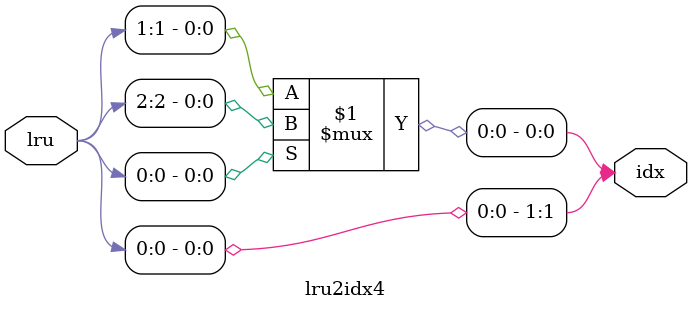
<source format=sv>
module lru2idx4 (
    input  logic [2:0] lru,
    output logic [1:0] idx
);

    assign idx[1] = lru[0];
    assign idx[0] = idx[1] ? lru[2] : lru[1];

endmodule
</source>
